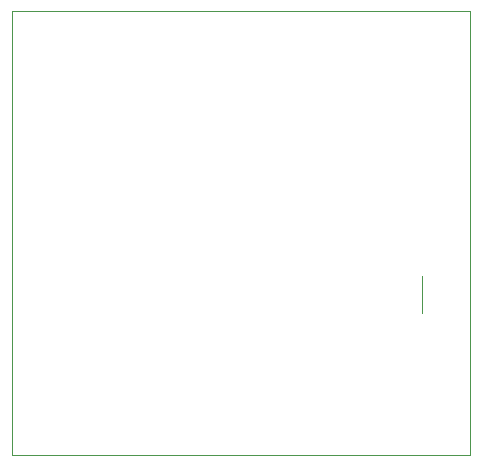
<source format=gbr>
G04 #@! TF.FileFunction,Profile,NP*
%FSLAX46Y46*%
G04 Gerber Fmt 4.6, Leading zero omitted, Abs format (unit mm)*
G04 Created by KiCad (PCBNEW (2015-07-31 BZR 6030)-product) date Sat Sep 12 09:46:02 2015*
%MOMM*%
G01*
G04 APERTURE LIST*
%ADD10C,0.100000*%
G04 APERTURE END LIST*
D10*
X125071400Y-78142400D02*
X125071400Y-40550400D01*
X163831800Y-78142400D02*
X125071400Y-78142400D01*
X163831800Y-40550400D02*
X163831800Y-78142400D01*
X125071400Y-40550400D02*
X163831800Y-40550400D01*
X159793200Y-62927800D02*
X159793200Y-66102800D01*
M02*

</source>
